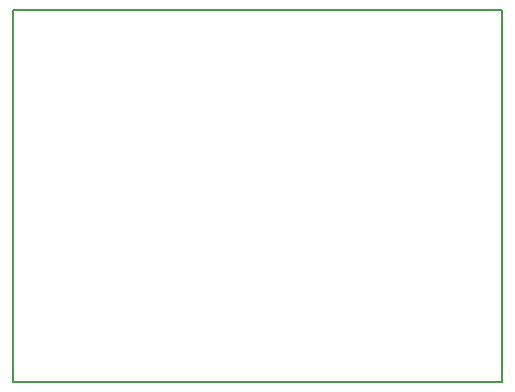
<source format=gm1>
G04 #@! TF.GenerationSoftware,KiCad,Pcbnew,5.0.1*
G04 #@! TF.CreationDate,2019-11-25T21:23:25-06:00*
G04 #@! TF.ProjectId,ft2232_board,6674323233325F626F6172642E6B6963,A*
G04 #@! TF.SameCoordinates,Original*
G04 #@! TF.FileFunction,Profile,NP*
%FSLAX46Y46*%
G04 Gerber Fmt 4.6, Leading zero omitted, Abs format (unit mm)*
G04 Created by KiCad (PCBNEW 5.0.1) date Mon 25 Nov 2019 09:23:25 PM CST*
%MOMM*%
%LPD*%
G01*
G04 APERTURE LIST*
%ADD10C,0.150000*%
G04 APERTURE END LIST*
D10*
X193040000Y-140462000D02*
X193040000Y-141478000D01*
X151638000Y-140462000D02*
X151638000Y-141478000D01*
X151638000Y-109982000D02*
X151638000Y-111252000D01*
X193040000Y-109982000D02*
X151638000Y-109982000D01*
X193040000Y-140462000D02*
X193040000Y-109982000D01*
X151638000Y-141478000D02*
X193040000Y-141478000D01*
X151638000Y-111252000D02*
X151638000Y-140462000D01*
M02*

</source>
